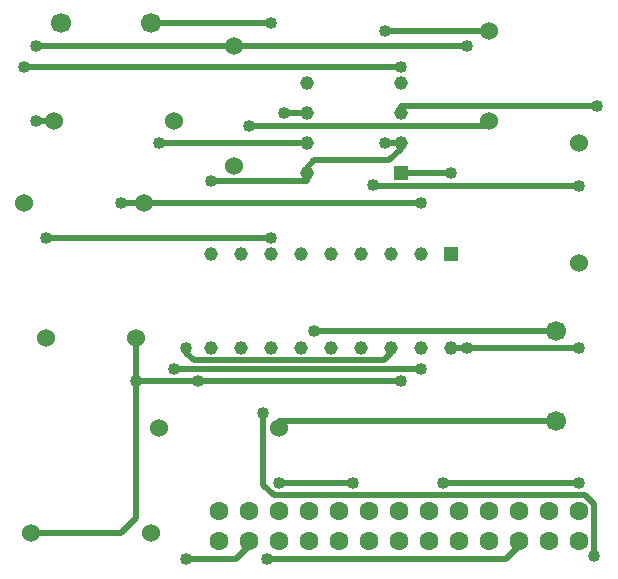
<source format=gbr>
G04 DesignSpark PCB Gerber Version 11.0 Build 5877*
G04 #@! TF.Part,Single*
G04 #@! TF.FileFunction,Copper,L1,Top*
G04 #@! TF.FilePolarity,Positive*
%FSLAX35Y35*%
%MOIN*%
G04 #@! TA.AperFunction,ComponentPad*
%ADD13R,0.04563X0.04563*%
%ADD15R,0.04567X0.04567*%
G04 #@! TD.AperFunction*
%ADD10C,0.01969*%
G04 #@! TA.AperFunction,ViaPad*
%ADD11C,0.04000*%
G04 #@! TA.AperFunction,ComponentPad*
%ADD14C,0.04563*%
%ADD16C,0.04567*%
%ADD17C,0.06000*%
%ADD12C,0.06299*%
%ADD18C,0.06693*%
G04 #@! TD.AperFunction*
X0Y0D02*
D02*
D10*
X15600Y128400D02*
X19600Y155900D02*
X25600D01*
X19600Y180900D02*
X85600D01*
X23100Y83400D02*
X48116Y128400D02*
X55600D01*
X53100Y69055D02*
X73834D01*
X53100Y83400D02*
Y23400D01*
X48100Y18400D01*
X18100D01*
X58100D02*
X60600Y148400D02*
X109970D01*
X65600Y155900D02*
X69850Y9750D02*
X86218D01*
X90600Y14132D01*
Y15900D01*
X69850Y80274D02*
Y78506D01*
X72348Y76008D01*
X135602D01*
X138100Y78506D01*
Y80274D01*
X73834Y69055D02*
X141230D01*
X78100Y135915D02*
X109970D01*
Y138400D01*
X88100Y111526D02*
X90584Y154132D02*
X170600D01*
Y155900D01*
X90600Y25900D02*
X95466Y58384D02*
Y34515D01*
X98948Y31033D01*
X202728D01*
X205734Y28027D01*
Y10766D01*
X96616Y9750D02*
X176218D01*
X180600Y14132D01*
Y15900D01*
X98100Y116807D02*
X23100D01*
X98100Y188400D02*
X58100D01*
X100600Y53400D02*
Y55900D01*
X193100D01*
X102366Y158400D02*
X109970D01*
Y138400D02*
Y140167D01*
X112470Y142667D01*
X137265D01*
X141230Y146632D01*
Y148400D01*
X109970D02*
X112366Y85900D02*
X193100D01*
X125466Y35018D02*
X100600D01*
X131962Y134415D02*
Y134132D01*
X200600D01*
X135946Y148400D02*
X141230D01*
X135946Y185900D02*
X170600D01*
X141230Y173683D02*
X15600D01*
X148100Y73039D02*
X65600D01*
X148100Y128400D02*
X55600D01*
X155466Y35018D02*
X200600D01*
X158100Y138400D02*
X141230D01*
X163381Y80274D02*
X158100D01*
X163381Y180900D02*
X85600D01*
X200600Y80274D02*
X163381D01*
X206750Y160884D02*
X141230D01*
Y158400D01*
D02*
D11*
X15600Y173683D03*
X19600Y155900D03*
Y180900D03*
X23100Y116807D03*
X48116Y128400D03*
X53100Y69055D03*
Y83400D03*
X60600Y148400D03*
X65600Y73039D03*
X69850Y9750D03*
Y80274D03*
X73834Y69055D03*
X78100Y135915D03*
X90584Y154132D03*
X95466Y58384D03*
X96616Y9750D03*
X98100Y116807D03*
Y188400D03*
X100600Y35018D03*
X102366Y158400D03*
X112366Y85900D03*
X125466Y35018D03*
X131962Y134415D03*
X135946Y148400D03*
Y185900D03*
X141230Y69055D03*
Y173683D03*
X148100Y73039D03*
Y128400D03*
X155466Y35018D03*
X158100Y138400D03*
X163381Y80274D03*
Y180900D03*
X200600Y35018D03*
Y80274D03*
Y134132D03*
X205734Y10766D03*
X206750Y160884D03*
D02*
D12*
X80600Y15900D03*
Y25900D03*
X90600Y15900D03*
Y25900D03*
X100600Y15900D03*
Y25900D03*
X110600Y15900D03*
Y25900D03*
X120600Y15900D03*
Y25900D03*
X130600Y15900D03*
Y25900D03*
X140600Y15900D03*
Y25900D03*
X150600Y15900D03*
Y25900D03*
X160600Y15900D03*
Y25900D03*
X170600Y15900D03*
Y25900D03*
X180600Y15900D03*
Y25900D03*
X190600Y15900D03*
Y25900D03*
X200600Y15900D03*
Y25900D03*
D02*
D13*
X158100Y111526D03*
D02*
D14*
X78100Y80274D03*
Y111526D03*
X88100Y80274D03*
Y111526D03*
X98100Y80274D03*
Y111526D03*
X108100Y80274D03*
Y111526D03*
X118100Y80274D03*
Y111526D03*
X128100Y80274D03*
Y111526D03*
X138100Y80274D03*
Y111526D03*
X148100Y80274D03*
Y111526D03*
X158100Y80274D03*
D02*
D15*
X141230Y138400D03*
D02*
D16*
X109970D03*
Y148400D03*
Y158400D03*
Y168400D03*
X141230Y148400D03*
Y158400D03*
Y168400D03*
D02*
D17*
X15600Y128400D03*
X18100Y18400D03*
X23100Y83400D03*
X25600Y155900D03*
X53100Y83400D03*
X55600Y128400D03*
X58100Y18400D03*
X60600Y53400D03*
X65600Y155900D03*
X85600Y140900D03*
Y180900D03*
X100600Y53400D03*
X170600Y155900D03*
Y185900D03*
X200600Y108400D03*
Y148400D03*
D02*
D18*
X28100Y188400D03*
X58100D03*
X193100Y55900D03*
Y85900D03*
X0Y0D02*
M02*

</source>
